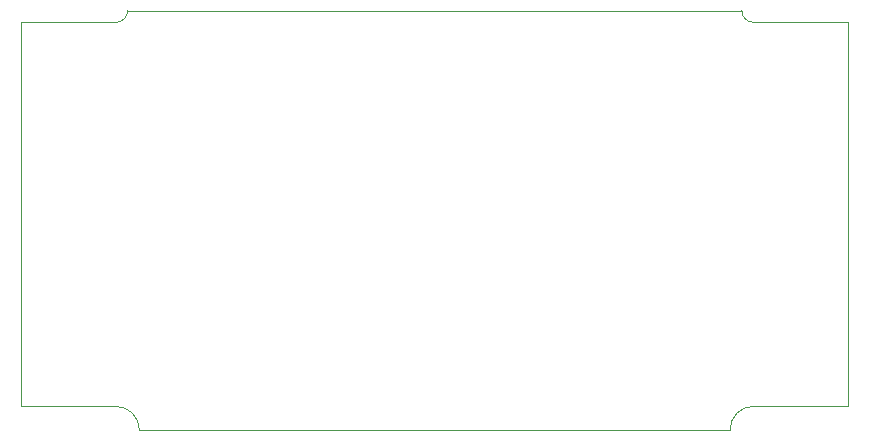
<source format=gm1>
G04 #@! TF.GenerationSoftware,KiCad,Pcbnew,7.0.10*
G04 #@! TF.CreationDate,2024-02-22T18:00:35+01:00*
G04 #@! TF.ProjectId,2023_PiezoPreamp,32303233-5f50-4696-957a-6f507265616d,2.3*
G04 #@! TF.SameCoordinates,PX25317c0PY1c22260*
G04 #@! TF.FileFunction,Profile,NP*
%FSLAX46Y46*%
G04 Gerber Fmt 4.6, Leading zero omitted, Abs format (unit mm)*
G04 Created by KiCad (PCBNEW 7.0.10) date 2024-02-22 18:00:35*
%MOMM*%
%LPD*%
G01*
G04 APERTURE LIST*
G04 #@! TA.AperFunction,Profile*
%ADD10C,0.100000*%
G04 #@! TD*
G04 APERTURE END LIST*
D10*
X62000000Y-33500000D02*
G75*
G03*
X60000000Y-35500000I0J-2000000D01*
G01*
X0Y-33500000D02*
X8000000Y-33500000D01*
X8000000Y-1000000D02*
G75*
G03*
X9000000Y0I0J1000000D01*
G01*
X9000000Y0D02*
X61000000Y0D01*
X0Y-1000000D02*
X0Y-33500000D01*
X10000000Y-35500000D02*
G75*
G03*
X8000000Y-33500000I-2000000J0D01*
G01*
X10000000Y-35500000D02*
X60000000Y-35500000D01*
X61000000Y0D02*
G75*
G03*
X62000000Y-1000000I1000000J0D01*
G01*
X0Y-1000000D02*
X8000000Y-1000000D01*
X70000000Y-1000000D02*
X62000000Y-1000000D01*
X62000000Y-33500000D02*
X70000000Y-33500000D01*
X70000000Y-33500000D02*
X70000000Y-1000000D01*
M02*

</source>
